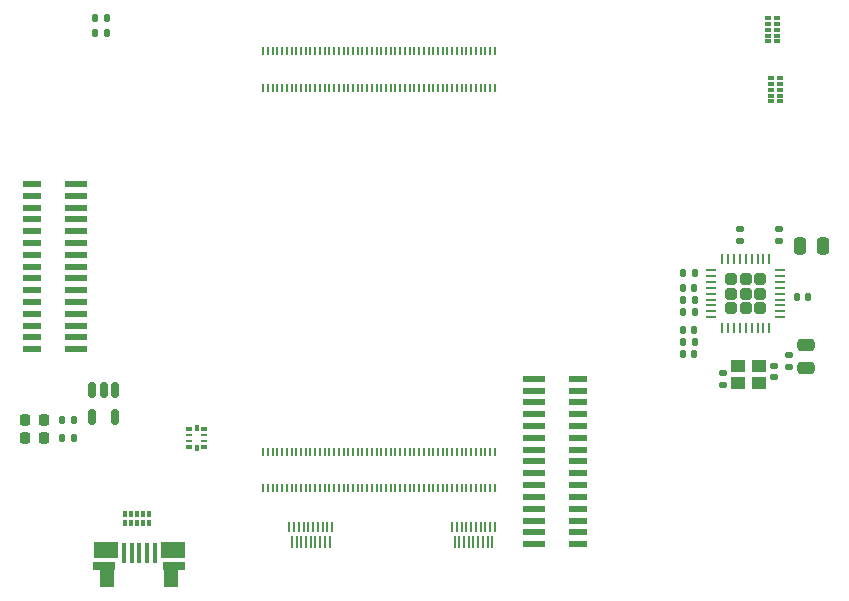
<source format=gtp>
G04 #@! TF.GenerationSoftware,KiCad,Pcbnew,(6.0.2-0)*
G04 #@! TF.CreationDate,2022-04-26T16:32:32-05:00*
G04 #@! TF.ProjectId,Pi2CM4,50693243-4d34-42e6-9b69-6361645f7063,rev?*
G04 #@! TF.SameCoordinates,Original*
G04 #@! TF.FileFunction,Paste,Top*
G04 #@! TF.FilePolarity,Positive*
%FSLAX46Y46*%
G04 Gerber Fmt 4.6, Leading zero omitted, Abs format (unit mm)*
G04 Created by KiCad (PCBNEW (6.0.2-0)) date 2022-04-26 16:32:32*
%MOMM*%
%LPD*%
G01*
G04 APERTURE LIST*
G04 Aperture macros list*
%AMRoundRect*
0 Rectangle with rounded corners*
0 $1 Rounding radius*
0 $2 $3 $4 $5 $6 $7 $8 $9 X,Y pos of 4 corners*
0 Add a 4 corners polygon primitive as box body*
4,1,4,$2,$3,$4,$5,$6,$7,$8,$9,$2,$3,0*
0 Add four circle primitives for the rounded corners*
1,1,$1+$1,$2,$3*
1,1,$1+$1,$4,$5*
1,1,$1+$1,$6,$7*
1,1,$1+$1,$8,$9*
0 Add four rect primitives between the rounded corners*
20,1,$1+$1,$2,$3,$4,$5,0*
20,1,$1+$1,$4,$5,$6,$7,0*
20,1,$1+$1,$6,$7,$8,$9,0*
20,1,$1+$1,$8,$9,$2,$3,0*%
G04 Aperture macros list end*
%ADD10RoundRect,0.150000X-0.150000X0.512500X-0.150000X-0.512500X0.150000X-0.512500X0.150000X0.512500X0*%
%ADD11RoundRect,0.135000X0.185000X-0.135000X0.185000X0.135000X-0.185000X0.135000X-0.185000X-0.135000X0*%
%ADD12R,1.850000X0.600000*%
%ADD13R,1.650000X0.600000*%
%ADD14RoundRect,0.135000X-0.135000X-0.185000X0.135000X-0.185000X0.135000X0.185000X-0.135000X0.185000X0*%
%ADD15RoundRect,0.140000X0.170000X-0.140000X0.170000X0.140000X-0.170000X0.140000X-0.170000X-0.140000X0*%
%ADD16R,0.230000X0.850000*%
%ADD17R,0.230000X1.000000*%
%ADD18RoundRect,0.140000X0.140000X0.170000X-0.140000X0.170000X-0.140000X-0.170000X0.140000X-0.170000X0*%
%ADD19RoundRect,0.135000X0.135000X0.185000X-0.135000X0.185000X-0.135000X-0.185000X0.135000X-0.185000X0*%
%ADD20R,0.575000X0.300000*%
%ADD21R,0.575000X0.250000*%
%ADD22R,0.350000X0.630000*%
%ADD23R,0.300000X0.550000*%
%ADD24R,0.400000X0.550000*%
%ADD25R,1.150000X1.000000*%
%ADD26R,0.550000X0.300000*%
%ADD27R,0.550000X0.400000*%
%ADD28RoundRect,0.140000X-0.140000X-0.170000X0.140000X-0.170000X0.140000X0.170000X-0.140000X0.170000X0*%
%ADD29R,0.200000X0.700000*%
%ADD30RoundRect,0.250000X-0.475000X0.250000X-0.475000X-0.250000X0.475000X-0.250000X0.475000X0.250000X0*%
%ADD31RoundRect,0.218750X0.218750X0.256250X-0.218750X0.256250X-0.218750X-0.256250X0.218750X-0.256250X0*%
%ADD32R,0.400000X1.750000*%
%ADD33R,2.000000X1.400000*%
%ADD34R,1.300000X2.000000*%
%ADD35R,1.825000X0.700000*%
%ADD36RoundRect,0.247500X0.247500X0.247500X-0.247500X0.247500X-0.247500X-0.247500X0.247500X-0.247500X0*%
%ADD37RoundRect,0.062500X0.350000X0.062500X-0.350000X0.062500X-0.350000X-0.062500X0.350000X-0.062500X0*%
%ADD38RoundRect,0.062500X0.062500X0.350000X-0.062500X0.350000X-0.062500X-0.350000X0.062500X-0.350000X0*%
%ADD39RoundRect,0.140000X-0.170000X0.140000X-0.170000X-0.140000X0.170000X-0.140000X0.170000X0.140000X0*%
%ADD40RoundRect,0.250000X-0.250000X-0.475000X0.250000X-0.475000X0.250000X0.475000X-0.250000X0.475000X0*%
G04 APERTURE END LIST*
D10*
X29144000Y-58425500D03*
X28194000Y-58425500D03*
X27244000Y-58425500D03*
X27244000Y-60700500D03*
X29144000Y-60700500D03*
D11*
X86233000Y-56517000D03*
X86233000Y-55497000D03*
D12*
X25859994Y-40999994D03*
X25859994Y-41999994D03*
X25859994Y-42999994D03*
X25859994Y-43999994D03*
X25859994Y-44999994D03*
X25859994Y-45999994D03*
X25859994Y-46999994D03*
X25859994Y-47999994D03*
X25859994Y-48999994D03*
X25859994Y-49999994D03*
X25859994Y-50999994D03*
X25859994Y-51999994D03*
X25859994Y-52999994D03*
X25859994Y-53999994D03*
X25859994Y-54999994D03*
D13*
X22109994Y-54999994D03*
X22109994Y-53999994D03*
X22109994Y-52999994D03*
X22109994Y-51999994D03*
X22109994Y-50999994D03*
X22109994Y-49999994D03*
X22109994Y-48999994D03*
X22109994Y-47999994D03*
X22109994Y-46999994D03*
X22109994Y-45999994D03*
X22109994Y-44999994D03*
X22109994Y-43999994D03*
X22109994Y-42999994D03*
X22109994Y-41999994D03*
X22109994Y-40999994D03*
D14*
X24634000Y-60960000D03*
X25654000Y-60960000D03*
D15*
X80645000Y-58011000D03*
X80645000Y-57051000D03*
D16*
X61300000Y-70055000D03*
D17*
X61100000Y-71280000D03*
D16*
X60900000Y-70055000D03*
D17*
X60700000Y-71280000D03*
D16*
X60500000Y-70055000D03*
D17*
X60300000Y-71280000D03*
D16*
X60100000Y-70055000D03*
D17*
X59900000Y-71280000D03*
D16*
X59700000Y-70055000D03*
D17*
X59500000Y-71280000D03*
D16*
X59300000Y-70055000D03*
D17*
X59100000Y-71280000D03*
D16*
X58900000Y-70055000D03*
D17*
X58700000Y-71280000D03*
D16*
X58500000Y-70055000D03*
D17*
X58300000Y-71280000D03*
D16*
X58100000Y-70055000D03*
D17*
X57900000Y-71280000D03*
D16*
X57700000Y-70055000D03*
D18*
X78204000Y-55372000D03*
X77244000Y-55372000D03*
D19*
X78234000Y-48514000D03*
X77214000Y-48514000D03*
D20*
X36705500Y-63234000D03*
D21*
X36705500Y-62734000D03*
X36705500Y-62234000D03*
D20*
X36705500Y-61734000D03*
D22*
X36068000Y-61624000D03*
D20*
X35430500Y-61734000D03*
D21*
X35430500Y-62234000D03*
X35430500Y-62734000D03*
D20*
X35430500Y-63234000D03*
D22*
X36068000Y-63344000D03*
D15*
X82042000Y-45819000D03*
X82042000Y-44859000D03*
D12*
X64640000Y-71500000D03*
X64640000Y-70500000D03*
X64640000Y-69500000D03*
X64640000Y-68500000D03*
X64640000Y-67500000D03*
X64640000Y-66500000D03*
X64640000Y-65500000D03*
X64640000Y-64500000D03*
X64640000Y-63500000D03*
X64640000Y-62500000D03*
X64640000Y-61500000D03*
X64640000Y-60500000D03*
X64640000Y-59500000D03*
X64640000Y-58500000D03*
X64640000Y-57500000D03*
D13*
X68390000Y-57500000D03*
X68390000Y-58500000D03*
X68390000Y-59500000D03*
X68390000Y-60500000D03*
X68390000Y-61500000D03*
X68390000Y-62500000D03*
X68390000Y-63500000D03*
X68390000Y-64500000D03*
X68390000Y-65500000D03*
X68390000Y-66500000D03*
X68390000Y-67500000D03*
X68390000Y-68500000D03*
X68390000Y-69500000D03*
X68390000Y-70500000D03*
X68390000Y-71500000D03*
D18*
X78204000Y-53340000D03*
X77244000Y-53340000D03*
D19*
X78234000Y-50800000D03*
X77214000Y-50800000D03*
D23*
X29988000Y-69727000D03*
X30488000Y-69727000D03*
D24*
X30988000Y-69727000D03*
D23*
X31488000Y-69727000D03*
X31988000Y-69727000D03*
X31988000Y-68957000D03*
X31488000Y-68957000D03*
D24*
X30988000Y-68957000D03*
D23*
X30488000Y-68957000D03*
X29988000Y-68957000D03*
D18*
X78204000Y-49784000D03*
X77244000Y-49784000D03*
D25*
X83679000Y-56450000D03*
X81929000Y-56450000D03*
X81929000Y-57850000D03*
X83679000Y-57850000D03*
D19*
X78234000Y-51816000D03*
X77214000Y-51816000D03*
D26*
X84451000Y-26940000D03*
X84451000Y-27440000D03*
D27*
X84451000Y-27940000D03*
D26*
X84451000Y-28440000D03*
X84451000Y-28940000D03*
X85221000Y-28940000D03*
X85221000Y-28440000D03*
D27*
X85221000Y-27940000D03*
D26*
X85221000Y-27440000D03*
X85221000Y-26940000D03*
D28*
X86896000Y-50546000D03*
X87856000Y-50546000D03*
D14*
X24636000Y-62484000D03*
X25656000Y-62484000D03*
D16*
X47520000Y-70055000D03*
D17*
X47320000Y-71280000D03*
D16*
X47120000Y-70055000D03*
D17*
X46920000Y-71280000D03*
D16*
X46720000Y-70055000D03*
D17*
X46520000Y-71280000D03*
D16*
X46320000Y-70055000D03*
D17*
X46120000Y-71280000D03*
D16*
X45920000Y-70055000D03*
D17*
X45720000Y-71280000D03*
D16*
X45520000Y-70055000D03*
D17*
X45320000Y-71280000D03*
D16*
X45120000Y-70055000D03*
D17*
X44920000Y-71280000D03*
D16*
X44720000Y-70055000D03*
D17*
X44520000Y-71280000D03*
D16*
X44320000Y-70055000D03*
D17*
X44120000Y-71280000D03*
D16*
X43920000Y-70055000D03*
D29*
X61300000Y-29760000D03*
X61300000Y-32840000D03*
X60900000Y-29760000D03*
X60900000Y-32840000D03*
X60500000Y-29760000D03*
X60500000Y-32840000D03*
X60100000Y-29760000D03*
X60100000Y-32840000D03*
X59700000Y-29760000D03*
X59700000Y-32840000D03*
X59300000Y-29760000D03*
X59300000Y-32840000D03*
X58900000Y-29760000D03*
X58900000Y-32840000D03*
X58500000Y-29760000D03*
X58500000Y-32840000D03*
X58100000Y-29760000D03*
X58100000Y-32840000D03*
X57700000Y-29760000D03*
X57700000Y-32840000D03*
X57300000Y-29760000D03*
X57300000Y-32840000D03*
X56900000Y-29760000D03*
X56900000Y-32840000D03*
X56500000Y-29760000D03*
X56500000Y-32840000D03*
X56100000Y-29760000D03*
X56100000Y-32840000D03*
X55700000Y-29760000D03*
X55700000Y-32840000D03*
X55300000Y-29760000D03*
X55300000Y-32840000D03*
X54900000Y-29760000D03*
X54900000Y-32840000D03*
X54500000Y-29760000D03*
X54500000Y-32840000D03*
X54100000Y-29760000D03*
X54100000Y-32840000D03*
X53700000Y-29760000D03*
X53700000Y-32840000D03*
X53300000Y-29760000D03*
X53300000Y-32840000D03*
X52900000Y-29760000D03*
X52900000Y-32840000D03*
X52500000Y-29760000D03*
X52500000Y-32840000D03*
X52100000Y-29760000D03*
X52100000Y-32840000D03*
X51700000Y-29760000D03*
X51700000Y-32840000D03*
X51300000Y-29760000D03*
X51300000Y-32840000D03*
X50900000Y-29760000D03*
X50900000Y-32840000D03*
X50500000Y-29760000D03*
X50500000Y-32840000D03*
X50100000Y-29760000D03*
X50100000Y-32840000D03*
X49700000Y-29760000D03*
X49700000Y-32840000D03*
X49300000Y-29760000D03*
X49300000Y-32840000D03*
X48900000Y-29760000D03*
X48900000Y-32840000D03*
X48500000Y-29760000D03*
X48500000Y-32840000D03*
X48100000Y-29760000D03*
X48100000Y-32840000D03*
X47700000Y-29760000D03*
X47700000Y-32840000D03*
X47300000Y-29760000D03*
X47300000Y-32840000D03*
X46900000Y-29760000D03*
X46900000Y-32840000D03*
X46500000Y-29760000D03*
X46500000Y-32840000D03*
X46100000Y-29760000D03*
X46100000Y-32840000D03*
X45700000Y-29760000D03*
X45700000Y-32840000D03*
X45300000Y-29760000D03*
X45300000Y-32840000D03*
X44900000Y-29760000D03*
X44900000Y-32840000D03*
X44500000Y-29760000D03*
X44500000Y-32840000D03*
X44100000Y-29760000D03*
X44100000Y-32840000D03*
X43700000Y-29760000D03*
X43700000Y-32840000D03*
X43300000Y-29760000D03*
X43300000Y-32840000D03*
X42900000Y-29760000D03*
X42900000Y-32840000D03*
X42500000Y-29760000D03*
X42500000Y-32840000D03*
X42100000Y-29760000D03*
X42100000Y-32840000D03*
X41700000Y-29760000D03*
X41700000Y-32840000D03*
X61300000Y-63680000D03*
X61300000Y-66760000D03*
X60900000Y-63680000D03*
X60900000Y-66760000D03*
X60500000Y-63680000D03*
X60500000Y-66760000D03*
X60100000Y-63680000D03*
X60100000Y-66760000D03*
X59700000Y-63680000D03*
X59700000Y-66760000D03*
X59300000Y-63680000D03*
X59300000Y-66760000D03*
X58900000Y-63680000D03*
X58900000Y-66760000D03*
X58500000Y-63680000D03*
X58500000Y-66760000D03*
X58100000Y-63680000D03*
X58100000Y-66760000D03*
X57700000Y-63680000D03*
X57700000Y-66760000D03*
X57300000Y-63680000D03*
X57300000Y-66760000D03*
X56900000Y-63680000D03*
X56900000Y-66760000D03*
X56500000Y-63680000D03*
X56500000Y-66760000D03*
X56100000Y-63680000D03*
X56100000Y-66760000D03*
X55700000Y-63680000D03*
X55700000Y-66760000D03*
X55300000Y-63680000D03*
X55300000Y-66760000D03*
X54900000Y-63680000D03*
X54900000Y-66760000D03*
X54500000Y-63680000D03*
X54500000Y-66760000D03*
X54100000Y-63680000D03*
X54100000Y-66760000D03*
X53700000Y-63680000D03*
X53700000Y-66760000D03*
X53300000Y-63680000D03*
X53300000Y-66760000D03*
X52900000Y-63680000D03*
X52900000Y-66760000D03*
X52500000Y-63680000D03*
X52500000Y-66760000D03*
X52100000Y-63680000D03*
X52100000Y-66760000D03*
X51700000Y-63680000D03*
X51700000Y-66760000D03*
X51300000Y-63680000D03*
X51300000Y-66760000D03*
X50900000Y-63680000D03*
X50900000Y-66760000D03*
X50500000Y-63680000D03*
X50500000Y-66760000D03*
X50100000Y-63680000D03*
X50100000Y-66760000D03*
X49700000Y-63680000D03*
X49700000Y-66760000D03*
X49300000Y-63680000D03*
X49300000Y-66760000D03*
X48900000Y-63680000D03*
X48900000Y-66760000D03*
X48500000Y-63680000D03*
X48500000Y-66760000D03*
X48100000Y-63680000D03*
X48100000Y-66760000D03*
X47700000Y-63680000D03*
X47700000Y-66760000D03*
X47300000Y-63680000D03*
X47300000Y-66760000D03*
X46900000Y-63680000D03*
X46900000Y-66760000D03*
X46500000Y-63680000D03*
X46500000Y-66760000D03*
X46100000Y-63680000D03*
X46100000Y-66760000D03*
X45700000Y-63680000D03*
X45700000Y-66760000D03*
X45300000Y-63680000D03*
X45300000Y-66760000D03*
X44900000Y-63680000D03*
X44900000Y-66760000D03*
X44500000Y-63680000D03*
X44500000Y-66760000D03*
X44100000Y-63680000D03*
X44100000Y-66760000D03*
X43700000Y-63680000D03*
X43700000Y-66760000D03*
X43300000Y-63680000D03*
X43300000Y-66760000D03*
X42900000Y-63680000D03*
X42900000Y-66760000D03*
X42500000Y-63680000D03*
X42500000Y-66760000D03*
X42100000Y-63680000D03*
X42100000Y-66760000D03*
X41700000Y-63680000D03*
X41700000Y-66760000D03*
D30*
X87630000Y-54676000D03*
X87630000Y-56576000D03*
D26*
X84705000Y-32020000D03*
X84705000Y-32520000D03*
D27*
X84705000Y-33020000D03*
D26*
X84705000Y-33520000D03*
X84705000Y-34020000D03*
X85475000Y-34020000D03*
X85475000Y-33520000D03*
D27*
X85475000Y-33020000D03*
D26*
X85475000Y-32520000D03*
X85475000Y-32020000D03*
D19*
X28450000Y-26924000D03*
X27430000Y-26924000D03*
D31*
X23139500Y-62484000D03*
X21564500Y-62484000D03*
D32*
X29899988Y-72210000D03*
X30549988Y-72210000D03*
X31199988Y-72210000D03*
X31849988Y-72210000D03*
X32499988Y-72210000D03*
D33*
X28349988Y-71970000D03*
X34099988Y-71970000D03*
D34*
X28474988Y-74100000D03*
D35*
X34187488Y-73330000D03*
X28212488Y-73330000D03*
D34*
X33924988Y-74100000D03*
D19*
X78234000Y-54356000D03*
X77214000Y-54356000D03*
X28448000Y-28192000D03*
X27428000Y-28192000D03*
D31*
X23139500Y-60960000D03*
X21564500Y-60960000D03*
D36*
X82550000Y-49062000D03*
X83780000Y-49062000D03*
X82550000Y-51522000D03*
X81320000Y-50292000D03*
X81320000Y-51522000D03*
X83780000Y-51522000D03*
X82550000Y-50292000D03*
X83780000Y-50292000D03*
X81320000Y-49062000D03*
D37*
X85487500Y-52292000D03*
X85487500Y-51792000D03*
X85487500Y-51292000D03*
X85487500Y-50792000D03*
X85487500Y-50292000D03*
X85487500Y-49792000D03*
X85487500Y-49292000D03*
X85487500Y-48792000D03*
X85487500Y-48292000D03*
D38*
X84550000Y-47354500D03*
X84050000Y-47354500D03*
X83550000Y-47354500D03*
X83050000Y-47354500D03*
X82550000Y-47354500D03*
X82050000Y-47354500D03*
X81550000Y-47354500D03*
X81050000Y-47354500D03*
X80550000Y-47354500D03*
D37*
X79612500Y-48292000D03*
X79612500Y-48792000D03*
X79612500Y-49292000D03*
X79612500Y-49792000D03*
X79612500Y-50292000D03*
X79612500Y-50792000D03*
X79612500Y-51292000D03*
X79612500Y-51792000D03*
X79612500Y-52292000D03*
D38*
X80550000Y-53229500D03*
X81050000Y-53229500D03*
X81550000Y-53229500D03*
X82050000Y-53229500D03*
X82550000Y-53229500D03*
X83050000Y-53229500D03*
X83550000Y-53229500D03*
X84050000Y-53229500D03*
X84550000Y-53229500D03*
D39*
X84963000Y-56416000D03*
X84963000Y-57376000D03*
D15*
X85344000Y-45819000D03*
X85344000Y-44859000D03*
D40*
X87188000Y-46228000D03*
X89088000Y-46228000D03*
M02*

</source>
